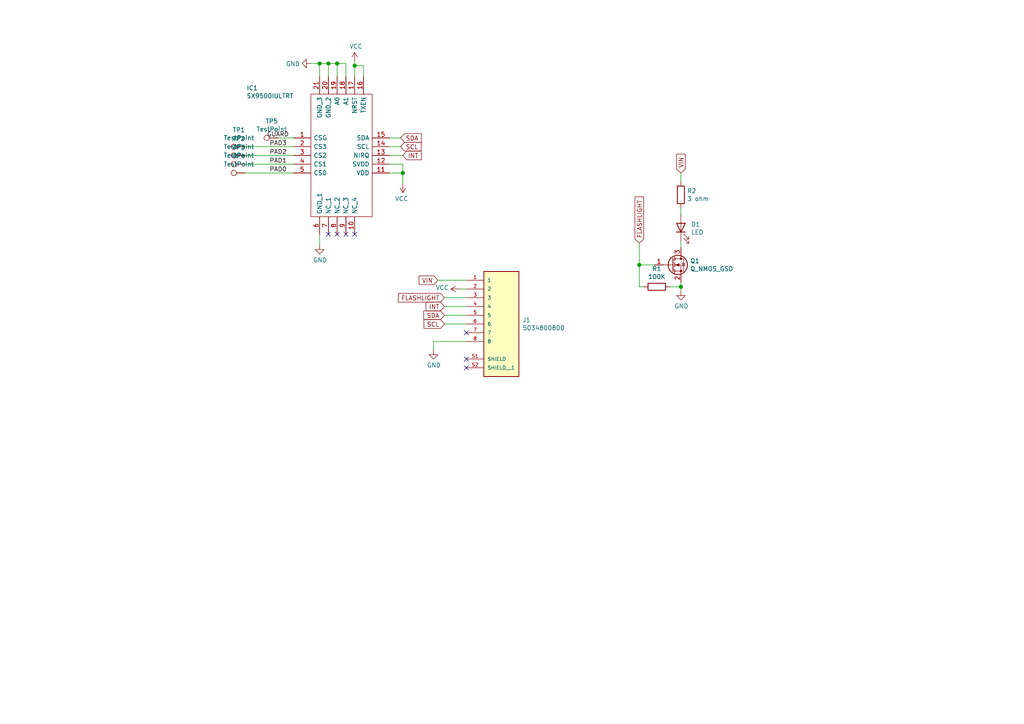
<source format=kicad_sch>
(kicad_sch (version 20210126) (generator eeschema)
  (paper "A4")
  (lib_symbols
    (symbol "5034800800:5034800800" (pin_names (offset 1.016))
      (property "Reference" "J" (at -5.08 13.462 0))
      (property "Value" "5034800800" (at -5.08 -20.32 0))
      (symbol "5034800800_0_0"
        (rectangle (start -5.08 -17.78) (end 5.08 12.7) (stroke (width 0.254)) (fill (type background)))
        (pin passive line (at -10.16 10.16 0) (length 5.08) (name "1") (number "1"))
        (pin passive line (at -10.16 7.62 0) (length 5.08) (name "2") (number "2"))
        (pin passive line (at -10.16 5.08 0) (length 5.08) (name "3") (number "3"))
        (pin passive line (at -10.16 2.54 0) (length 5.08) (name "4") (number "4"))
        (pin passive line (at -10.16 0 0) (length 5.08) (name "5") (number "5"))
        (pin passive line (at -10.16 -2.54 0) (length 5.08) (name "6") (number "6"))
        (pin passive line (at -10.16 -5.08 0) (length 5.08) (name "7") (number "7"))
        (pin passive line (at -10.16 -7.62 0) (length 5.08) (name "8") (number "8"))
        (pin passive line (at -10.16 -12.7 0) (length 5.08) (name "SHIELD") (number "S1"))
        (pin passive line (at -10.16 -15.24 0) (length 5.08) (name "SHIELD__1") (number "S2"))
      )
    )
    (symbol "Connector:TestPoint" (pin_numbers hide) (pin_names (offset 0.762) hide)
      (property "Reference" "TP" (at 0 6.858 0))
      (property "Value" "TestPoint" (at 0 5.08 0))
      (symbol "TestPoint_0_1"
        (circle (center 0 3.302) (radius 0.762))
      )
      (symbol "TestPoint_1_1"
        (pin passive line (at 0 0 90) (length 2.54) (name "1") (number "1"))
      )
    )
    (symbol "Device:LED" (pin_numbers hide) (pin_names (offset 1.016) hide)
      (property "Reference" "D" (at 0 2.54 0))
      (property "Value" "LED" (at 0 -2.54 0))
      (symbol "LED_0_1"
        (polyline (pts (xy -1.27 -1.27) (xy -1.27 1.27)) (stroke (width 0.254)))
        (polyline (pts (xy -1.27 0) (xy 1.27 0)))
        (polyline (pts (xy 1.27 -1.27) (xy 1.27 1.27) (xy -1.27 0) (xy 1.27 -1.27)) (stroke (width 0.254)))
        (polyline (pts (xy -3.048 -0.762) (xy -4.572 -2.286) (xy -3.81 -2.286) (xy -4.572 -2.286) (xy -4.572 -1.524)))
        (polyline (pts (xy -1.778 -0.762) (xy -3.302 -2.286) (xy -2.54 -2.286) (xy -3.302 -2.286) (xy -3.302 -1.524)))
      )
      (symbol "LED_1_1"
        (pin passive line (at -3.81 0 0) (length 2.54) (name "K") (number "1"))
        (pin passive line (at 3.81 0 180) (length 2.54) (name "A") (number "2"))
      )
    )
    (symbol "Device:Q_NMOS_GSD" (pin_names (offset 0) hide)
      (property "Reference" "Q" (at 5.08 1.27 0))
      (property "Value" "Q_NMOS_GSD" (at 5.08 -1.27 0))
      (symbol "Q_NMOS_GSD_0_1"
        (circle (center 1.651 0) (radius 2.794) (stroke (width 0.254)))
        (circle (center 2.54 -1.778) (radius 0.254) (fill (type outline)))
        (circle (center 2.54 1.778) (radius 0.254) (fill (type outline)))
        (polyline (pts (xy 0.254 0) (xy -2.54 0)))
        (polyline (pts (xy 0.254 1.905) (xy 0.254 -1.905)) (stroke (width 0.254)))
        (polyline (pts (xy 0.762 -1.27) (xy 0.762 -2.286)) (stroke (width 0.254)))
        (polyline (pts (xy 0.762 0.508) (xy 0.762 -0.508)) (stroke (width 0.254)))
        (polyline (pts (xy 0.762 2.286) (xy 0.762 1.27)) (stroke (width 0.254)))
        (polyline (pts (xy 2.54 2.54) (xy 2.54 1.778)))
        (polyline (pts (xy 2.54 -2.54) (xy 2.54 0) (xy 0.762 0)))
        (polyline (pts (xy 0.762 -1.778) (xy 3.302 -1.778) (xy 3.302 1.778) (xy 0.762 1.778)))
        (polyline (pts (xy 1.016 0) (xy 2.032 0.381) (xy 2.032 -0.381) (xy 1.016 0)) (fill (type outline)))
        (polyline (pts (xy 2.794 0.508) (xy 2.921 0.381) (xy 3.683 0.381) (xy 3.81 0.254)))
        (polyline (pts (xy 3.302 0.381) (xy 2.921 -0.254) (xy 3.683 -0.254) (xy 3.302 0.381)))
      )
      (symbol "Q_NMOS_GSD_1_1"
        (pin input line (at -5.08 0 0) (length 2.54) (name "G") (number "1"))
        (pin passive line (at 2.54 -5.08 90) (length 2.54) (name "S") (number "2"))
        (pin passive line (at 2.54 5.08 270) (length 2.54) (name "D") (number "3"))
      )
    )
    (symbol "Device:R" (pin_numbers hide) (pin_names (offset 0))
      (property "Reference" "R" (at 2.032 0 90))
      (property "Value" "R" (at 0 0 90))
      (symbol "R_0_1"
        (rectangle (start -1.016 -2.54) (end 1.016 2.54) (stroke (width 0.254)))
      )
      (symbol "R_1_1"
        (pin passive line (at 0 3.81 270) (length 1.27) (name "~") (number "1"))
        (pin passive line (at 0 -3.81 90) (length 1.27) (name "~") (number "2"))
      )
    )
    (symbol "SX9500IULTRT:SX9500IULTRT" (pin_names (offset 0.762))
      (property "Reference" "IC" (at 24.13 17.78 0))
      (property "Value" "SX9500IULTRT" (at 24.13 15.24 0))
      (symbol "SX9500IULTRT_0_0"
        (pin passive line (at 0 0 0) (length 5.08) (name "CSG") (number "1"))
        (pin passive line (at 0 -2.54 0) (length 5.08) (name "CS3") (number "2"))
        (pin passive line (at 0 -5.08 0) (length 5.08) (name "CS2") (number "3"))
        (pin passive line (at 0 -7.62 0) (length 5.08) (name "CS1") (number "4"))
        (pin passive line (at 0 -10.16 0) (length 5.08) (name "CS0") (number "5"))
        (pin passive line (at 7.62 -27.94 90) (length 5.08) (name "GND_1") (number "6"))
        (pin passive line (at 10.16 -27.94 90) (length 5.08) (name "NC_1") (number "7"))
        (pin passive line (at 12.7 -27.94 90) (length 5.08) (name "NC_2") (number "8"))
        (pin passive line (at 15.24 -27.94 90) (length 5.08) (name "NC_3") (number "9"))
        (pin passive line (at 17.78 -27.94 90) (length 5.08) (name "NC_4") (number "10"))
        (pin passive line (at 27.94 0 180) (length 5.08) (name "SDA") (number "15"))
        (pin passive line (at 27.94 -2.54 180) (length 5.08) (name "SCL") (number "14"))
        (pin passive line (at 27.94 -5.08 180) (length 5.08) (name "NIRQ") (number "13"))
        (pin passive line (at 27.94 -7.62 180) (length 5.08) (name "SVDD") (number "12"))
        (pin passive line (at 27.94 -10.16 180) (length 5.08) (name "VDD") (number "11"))
        (pin passive line (at 7.62 17.78 270) (length 5.08) (name "GND_3") (number "21"))
        (pin passive line (at 10.16 17.78 270) (length 5.08) (name "GND_2") (number "20"))
        (pin passive line (at 12.7 17.78 270) (length 5.08) (name "A0") (number "19"))
        (pin passive line (at 15.24 17.78 270) (length 5.08) (name "A1") (number "18"))
        (pin passive line (at 17.78 17.78 270) (length 5.08) (name "NRST") (number "17"))
        (pin passive line (at 20.32 17.78 270) (length 5.08) (name "TXEN") (number "16"))
      )
      (symbol "SX9500IULTRT_0_1"
        (polyline (pts (xy 5.08 12.7) (xy 22.86 12.7) (xy 22.86 -22.86) (xy 5.08 -22.86) (xy 5.08 12.7)) (stroke (width 0.1524)))
      )
    )
    (symbol "power:GND" (power) (pin_names (offset 0))
      (property "Value" "GND" (at 0 -3.81 0))
      (symbol "GND_0_1"
        (polyline (pts (xy 0 0) (xy 0 -1.27) (xy 1.27 -1.27) (xy 0 -2.54) (xy -1.27 -1.27) (xy 0 -1.27)))
      )
      (symbol "GND_1_1"
        (pin power_in line (at 0 0 270) (length 0) hide (name "GND") (number "1"))
      )
    )
    (symbol "power:VCC" (power) (pin_names (offset 0))
      (property "Value" "VCC" (at 0 3.81 0))
      (symbol "VCC_0_1"
        (polyline (pts (xy -0.762 1.27) (xy 0 2.54)))
        (polyline (pts (xy 0 0) (xy 0 2.54)))
        (polyline (pts (xy 0 2.54) (xy 0.762 1.27)))
      )
      (symbol "VCC_1_1"
        (pin power_in line (at 0 0 90) (length 0) hide (name "VCC") (number "1"))
      )
    )
  )
  (junction (at 92.71 18.415) (diameter 1.016))
  (junction (at 95.25 18.415) (diameter 1.016))
  (junction (at 97.79 18.415) (diameter 1.016))
  (junction (at 102.87 19.05) (diameter 1.016))
  (junction (at 116.84 50.165) (diameter 1.016))
  (junction (at 185.42 76.835) (diameter 1.016))
  (junction (at 197.485 83.185) (diameter 1.016))
  (no_connect (at 95.25 67.945))
  (no_connect (at 97.79 67.945))
  (no_connect (at 100.33 67.945))
  (no_connect (at 102.87 67.945))
  (no_connect (at 135.255 96.52))
  (no_connect (at 135.255 104.14))
  (no_connect (at 135.255 106.68))
  (wire (pts (xy 71.12 42.545) (xy 85.09 42.545)))
  (wire (pts (xy 71.12 45.085) (xy 85.09 45.085)))
  (wire (pts (xy 71.12 47.625) (xy 85.09 47.625)))
  (wire (pts (xy 71.12 50.165) (xy 85.09 50.165)))
  (wire (pts (xy 80.645 40.005) (xy 85.09 40.005)))
  (wire (pts (xy 92.71 18.415) (xy 90.17 18.415)))
  (wire (pts (xy 92.71 18.415) (xy 92.71 22.225)))
  (wire (pts (xy 92.71 67.945) (xy 92.71 71.12)))
  (wire (pts (xy 95.25 18.415) (xy 92.71 18.415)))
  (wire (pts (xy 95.25 18.415) (xy 97.79 18.415)))
  (wire (pts (xy 95.25 22.225) (xy 95.25 18.415)))
  (wire (pts (xy 97.79 18.415) (xy 97.79 22.225)))
  (wire (pts (xy 100.33 18.415) (xy 97.79 18.415)))
  (wire (pts (xy 100.33 22.225) (xy 100.33 18.415)))
  (wire (pts (xy 102.87 17.78) (xy 102.87 19.05)))
  (wire (pts (xy 102.87 19.05) (xy 102.87 22.225)))
  (wire (pts (xy 105.41 19.05) (xy 102.87 19.05)))
  (wire (pts (xy 105.41 22.225) (xy 105.41 19.05)))
  (wire (pts (xy 113.03 40.005) (xy 116.205 40.005)))
  (wire (pts (xy 113.03 42.545) (xy 116.205 42.545)))
  (wire (pts (xy 113.03 45.085) (xy 116.84 45.085)))
  (wire (pts (xy 113.03 50.165) (xy 116.84 50.165)))
  (wire (pts (xy 116.84 47.625) (xy 113.03 47.625)))
  (wire (pts (xy 116.84 50.165) (xy 116.84 47.625)))
  (wire (pts (xy 116.84 53.34) (xy 116.84 50.165)))
  (wire (pts (xy 125.73 99.06) (xy 135.255 99.06)))
  (wire (pts (xy 125.73 101.6) (xy 125.73 99.06)))
  (wire (pts (xy 127 81.28) (xy 135.255 81.28)))
  (wire (pts (xy 128.905 86.36) (xy 135.255 86.36)))
  (wire (pts (xy 128.905 88.9) (xy 135.255 88.9)))
  (wire (pts (xy 128.905 91.44) (xy 135.255 91.44)))
  (wire (pts (xy 128.905 93.98) (xy 135.255 93.98)))
  (wire (pts (xy 133.35 83.82) (xy 135.255 83.82)))
  (wire (pts (xy 185.42 70.485) (xy 185.42 76.835)))
  (wire (pts (xy 185.42 76.835) (xy 185.42 83.185)))
  (wire (pts (xy 185.42 76.835) (xy 189.865 76.835)))
  (wire (pts (xy 185.42 83.185) (xy 186.69 83.185)))
  (wire (pts (xy 194.31 83.185) (xy 197.485 83.185)))
  (wire (pts (xy 197.485 50.165) (xy 197.485 52.705)))
  (wire (pts (xy 197.485 60.325) (xy 197.485 62.23)))
  (wire (pts (xy 197.485 69.85) (xy 197.485 71.755)))
  (wire (pts (xy 197.485 81.915) (xy 197.485 83.185)))
  (wire (pts (xy 197.485 83.185) (xy 197.485 84.455)))
  (label "PAD3" (at 83.185 42.545 180))
  (label "PAD2" (at 83.185 45.085 180))
  (label "PAD1" (at 83.185 47.625 180))
  (label "PAD0" (at 83.185 50.165 180))
  (label "GUARD" (at 83.82 40.005 180))
  (global_label "SDA" (shape input) (at 116.205 40.005 0) (property "Intersheet References" "${INTERSHEET_REFS}" (effects hide)))
  (global_label "SCL" (shape input) (at 116.205 42.545 0) (property "Intersheet References" "${INTERSHEET_REFS}" (effects hide)))
  (global_label "INT" (shape input) (at 116.84 45.085 0) (property "Intersheet References" "${INTERSHEET_REFS}" (effects hide)))
  (global_label "VIN" (shape input) (at 127 81.28 180) (property "Intersheet References" "${INTERSHEET_REFS}" (effects hide)))
  (global_label "FLASHLIGHT" (shape input) (at 128.905 86.36 180) (property "Intersheet References" "${INTERSHEET_REFS}" (effects hide)))
  (global_label "INT" (shape input) (at 128.905 88.9 180) (property "Intersheet References" "${INTERSHEET_REFS}" (effects hide)))
  (global_label "SDA" (shape input) (at 128.905 91.44 180) (property "Intersheet References" "${INTERSHEET_REFS}" (effects hide)))
  (global_label "SCL" (shape input) (at 128.905 93.98 180) (property "Intersheet References" "${INTERSHEET_REFS}" (effects hide)))
  (global_label "FLASHLIGHT" (shape input) (at 185.42 70.485 90) (property "Intersheet References" "${INTERSHEET_REFS}" (effects hide)))
  (global_label "VIN" (shape input) (at 197.485 50.165 90) (property "Intersheet References" "${INTERSHEET_REFS}" (effects hide)))
  (symbol (lib_id "Connector:TestPoint") (at 71.12 42.545 90) (unit 1)
    (property "Reference" "TP1" (at 69.2785 37.6998 90))
    (property "Value" "TestPoint" (at 69.2785 39.9985 90))
    (property "Footprint" "TestPoint:TestPoint_Pad_D4.0mm" (effects hide))
  )
  (symbol (lib_id "Connector:TestPoint") (at 71.12 45.085 90) (unit 1)
    (property "Reference" "TP2" (at 69.2785 40.2398 90))
    (property "Value" "TestPoint" (at 69.2785 42.5385 90))
    (property "Footprint" "TestPoint:TestPoint_Pad_D4.0mm" (effects hide))
  )
  (symbol (lib_id "Connector:TestPoint") (at 71.12 47.625 90) (unit 1)
    (property "Reference" "TP3" (at 69.2785 42.7798 90))
    (property "Value" "TestPoint" (at 69.2785 45.0785 90))
    (property "Footprint" "TestPoint:TestPoint_Pad_D4.0mm" (effects hide))
  )
  (symbol (lib_id "Connector:TestPoint") (at 71.12 50.165 90) (unit 1)
    (property "Reference" "TP4" (at 69.2785 45.3198 90))
    (property "Value" "TestPoint" (at 69.2785 47.6185 90))
    (property "Footprint" "TestPoint:TestPoint_Pad_D4.0mm" (effects hide))
  )
  (symbol (lib_id "Connector:TestPoint") (at 80.645 40.005 90) (unit 1)
    (property "Reference" "TP5" (at 78.8035 35.1598 90))
    (property "Value" "TestPoint" (at 78.8035 37.4585 90))
    (property "Footprint" "TestPoint:TestPoint_Pad_D4.0mm" (effects hide))
  )
  (symbol (lib_id "power:VCC") (at 102.87 17.78 0) (unit 1)
    (property "Reference" "#PWR0106" (effects hide))
    (property "Value" "VCC" (at 103.2383 13.4556 0))
  )
  (symbol (lib_id "power:VCC") (at 116.84 53.34 180) (unit 1)
    (property "Reference" "#PWR0103" (effects hide))
    (property "Value" "VCC" (at 116.4717 57.6644 0))
  )
  (symbol (lib_id "power:VCC") (at 133.35 83.82 90) (unit 1)
    (property "Reference" "#PWR0104" (effects hide))
    (property "Value" "VCC" (at 130.1749 83.4517 90) (effects (justify left)))
  )
  (symbol (lib_id "power:GND") (at 90.17 18.415 270) (unit 1)
    (property "Reference" "#PWR0105" (effects hide))
    (property "Value" "GND" (at 86.995 18.5293 90) (effects (justify right)))
  )
  (symbol (lib_id "power:GND") (at 92.71 71.12 0) (unit 1)
    (property "Reference" "#PWR0111" (effects hide))
    (property "Value" "GND" (at 92.8243 75.4444 0))
  )
  (symbol (lib_id "power:GND") (at 125.73 101.6 0) (unit 1)
    (property "Reference" "#PWR0102" (effects hide))
    (property "Value" "GND" (at 125.8443 105.9244 0))
  )
  (symbol (lib_id "power:GND") (at 197.485 84.455 0) (unit 1)
    (property "Reference" "#PWR0101" (effects hide))
    (property "Value" "GND" (at 197.5993 88.7794 0))
  )
  (symbol (lib_id "Device:R") (at 190.5 83.185 90) (unit 1)
    (property "Reference" "R1" (at 190.5 77.9588 90))
    (property "Value" "100K" (at 190.5 80.258 90))
    (property "Footprint" "Resistor_SMD:R_0603_1608Metric" (effects hide))
  )
  (symbol (lib_id "Device:R") (at 197.485 56.515 0) (unit 1)
    (property "Reference" "R2" (at 199.2631 55.3656 0) (effects (justify left)))
    (property "Value" "3 ohm" (at 199.263 57.664 0) (effects (justify left)))
    (property "Footprint" "Resistor_SMD:R_2512_6332Metric" (effects hide))
  )
  (symbol (lib_id "Device:LED") (at 197.485 66.04 90) (unit 1)
    (property "Reference" "D1" (at 200.4061 65.0811 90) (effects (justify right)))
    (property "Value" "LED" (at 200.4061 67.3798 90) (effects (justify right)))
    (property "Footprint" "xm-l2:XM-L2" (effects hide))
  )
  (symbol (lib_id "Device:Q_NMOS_GSD") (at 194.945 76.835 0) (unit 1)
    (property "Reference" "Q1" (at 200.1521 75.6856 0) (effects (justify left)))
    (property "Value" "Q_NMOS_GSD" (at 200.1521 77.9843 0) (effects (justify left)))
    (property "Footprint" "Package_TO_SOT_SMD:SOT-323_SC-70" (effects hide))
  )
  (symbol (lib_id "5034800800:5034800800") (at 145.415 91.44 0) (unit 1)
    (property "Reference" "J1" (at 151.5111 92.8306 0) (effects (justify left)))
    (property "Value" "5034800800" (at 151.5111 95.1293 0) (effects (justify left)))
    (property "Footprint" "libs:MOLEX_5034800800" (effects hide))
    (property "STANDARD" "Manufacturer Recommendations" (effects hide))
    (property "MAXIMUM_PACKAGE_HEIGHT" "1.87mm" (effects hide))
    (property "MANUFACTURER" "Molex" (effects hide))
    (property "PARTREV" "H" (effects hide))
  )
  (symbol (lib_id "SX9500IULTRT:SX9500IULTRT") (at 85.09 40.005 0) (unit 1)
    (property "Reference" "IC1" (at 71.5011 25.5206 0) (effects (justify left)))
    (property "Value" "SX9500IULTRT" (at 71.5011 27.8193 0) (effects (justify left)))
    (property "Footprint" "sx9500:QFN40P300X300X60-21N" (effects hide))
    (property "Datasheet" "https://www.semtech.com/uploads/documents/sx9500.pdf" (effects hide))
    (property "Description" "Capacitive Touch Sensors 4-CH PROX SEN W/ I2C" (effects hide))
    (property "Height" "0.6" (effects hide))
    (property "Manufacturer_Name" "SEMTECH" (effects hide))
    (property "Manufacturer_Part_Number" "SX9500IULTRT" (effects hide))
    (property "Mouser Part Number" "947-SX9500IULTRT" (effects hide))
    (property "Mouser Price/Stock" "https://www.mouser.co.uk/ProductDetail/Semtech/SX9500IULTRT?qs=rBWM4%252BvDhIc7iWMsyEgPRg%3D%3D" (effects hide))
  )
)
</source>
